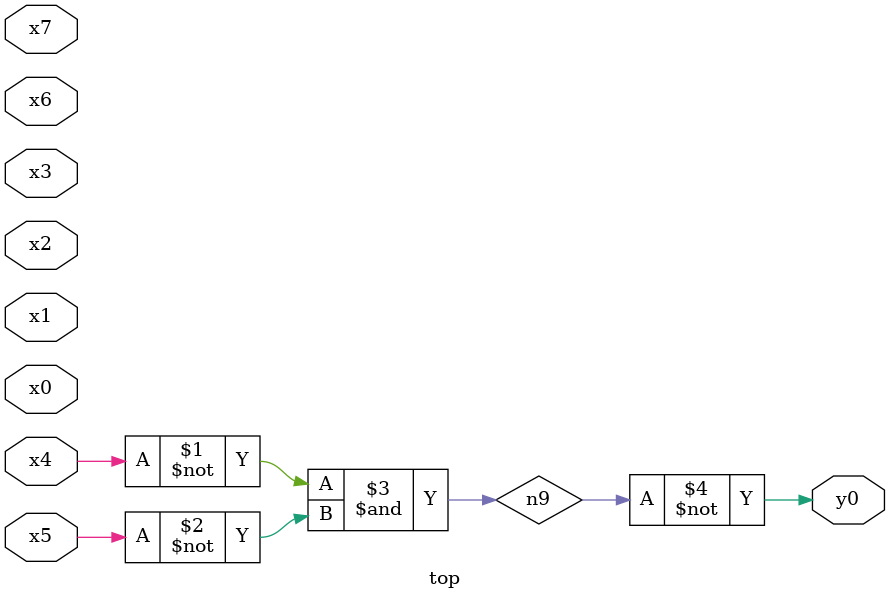
<source format=v>
module top( x0 , x1 , x2 , x3 , x4 , x5 , x6 , x7 , y0 );
  input x0 , x1 , x2 , x3 , x4 , x5 , x6 , x7 ;
  output y0 ;
  wire n9 ;
  assign n9 = ~x4 & ~x5 ;
  assign y0 = ~n9 ;
endmodule

</source>
